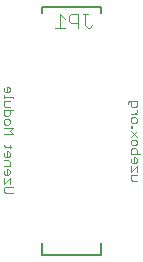
<source format=gbo>
G04 EAGLE Gerber RS-274X export*
G75*
%MOMM*%
%FSLAX34Y34*%
%LPD*%
%INSilkscreen Bottom*%
%IPPOS*%
%AMOC8*
5,1,8,0,0,1.08239X$1,22.5*%
G01*
%ADD10C,0.076200*%
%ADD11C,0.127000*%
%ADD12C,0.101600*%


D10*
X30253Y147881D02*
X24110Y147881D01*
X22881Y149110D01*
X22881Y151567D01*
X24110Y152796D01*
X30253Y152796D01*
X27796Y155365D02*
X27796Y160280D01*
X22881Y155365D01*
X22881Y160280D01*
X22881Y164078D02*
X22881Y166535D01*
X22881Y164078D02*
X24110Y162849D01*
X26567Y162849D01*
X27796Y164078D01*
X27796Y166535D01*
X26567Y167764D01*
X25338Y167764D01*
X25338Y162849D01*
X22881Y170333D02*
X27796Y170333D01*
X27796Y174020D01*
X26567Y175248D01*
X22881Y175248D01*
X22881Y179046D02*
X22881Y181504D01*
X22881Y179046D02*
X24110Y177818D01*
X26567Y177818D01*
X27796Y179046D01*
X27796Y181504D01*
X26567Y182732D01*
X25338Y182732D01*
X25338Y177818D01*
X24110Y186530D02*
X29025Y186530D01*
X24110Y186530D02*
X22881Y187759D01*
X27796Y187759D02*
X27796Y185302D01*
X30253Y197775D02*
X22881Y197775D01*
X27796Y200233D02*
X30253Y197775D01*
X27796Y200233D02*
X30253Y202690D01*
X22881Y202690D01*
X22881Y206488D02*
X22881Y208946D01*
X24110Y210174D01*
X26567Y210174D01*
X27796Y208946D01*
X27796Y206488D01*
X26567Y205260D01*
X24110Y205260D01*
X22881Y206488D01*
X22881Y217659D02*
X30253Y217659D01*
X22881Y217659D02*
X22881Y213972D01*
X24110Y212744D01*
X26567Y212744D01*
X27796Y213972D01*
X27796Y217659D01*
X27796Y220228D02*
X24110Y220228D01*
X22881Y221457D01*
X22881Y225143D01*
X27796Y225143D01*
X30253Y227712D02*
X30253Y228941D01*
X22881Y228941D01*
X22881Y230169D02*
X22881Y227712D01*
X22881Y233930D02*
X22881Y236388D01*
X22881Y233930D02*
X24110Y232701D01*
X26567Y232701D01*
X27796Y233930D01*
X27796Y236388D01*
X26567Y237616D01*
X25338Y237616D01*
X25338Y232701D01*
X131610Y157881D02*
X135296Y157881D01*
X131610Y157881D02*
X130381Y159110D01*
X130381Y162796D01*
X135296Y162796D01*
X135296Y165365D02*
X135296Y170280D01*
X130381Y165365D01*
X130381Y170280D01*
X130381Y174078D02*
X130381Y176535D01*
X130381Y174078D02*
X131610Y172849D01*
X134067Y172849D01*
X135296Y174078D01*
X135296Y176535D01*
X134067Y177764D01*
X132838Y177764D01*
X132838Y172849D01*
X130381Y180333D02*
X137753Y180333D01*
X130381Y180333D02*
X130381Y184020D01*
X131610Y185248D01*
X134067Y185248D01*
X135296Y184020D01*
X135296Y180333D01*
X130381Y189046D02*
X130381Y191504D01*
X131610Y192732D01*
X134067Y192732D01*
X135296Y191504D01*
X135296Y189046D01*
X134067Y187818D01*
X131610Y187818D01*
X130381Y189046D01*
X135296Y195302D02*
X130381Y200217D01*
X130381Y195302D02*
X135296Y200217D01*
X131610Y202786D02*
X130381Y202786D01*
X131610Y202786D02*
X131610Y204015D01*
X130381Y204015D01*
X130381Y202786D01*
X130381Y207757D02*
X130381Y210214D01*
X131610Y211443D01*
X134067Y211443D01*
X135296Y210214D01*
X135296Y207757D01*
X134067Y206528D01*
X131610Y206528D01*
X130381Y207757D01*
X130381Y214012D02*
X135296Y214012D01*
X132838Y214012D02*
X135296Y216470D01*
X135296Y217698D01*
X127924Y222706D02*
X127924Y223935D01*
X129152Y225164D01*
X135296Y225164D01*
X135296Y221478D01*
X134067Y220249D01*
X131610Y220249D01*
X130381Y221478D01*
X130381Y225164D01*
D11*
X105000Y305000D02*
X55000Y305000D01*
X105000Y305000D02*
X105000Y300000D01*
X55000Y300000D02*
X55000Y305000D01*
X55000Y105000D02*
X55000Y95000D01*
X105000Y95000D01*
X105000Y105000D01*
D12*
X95725Y287408D02*
X97674Y289357D01*
X95725Y287408D02*
X93776Y287408D01*
X91827Y289357D01*
X91827Y299102D01*
X93776Y299102D02*
X89878Y299102D01*
X85980Y299102D02*
X85980Y287408D01*
X85980Y299102D02*
X80133Y299102D01*
X78184Y297153D01*
X78184Y293255D01*
X80133Y291306D01*
X85980Y291306D01*
X74286Y295204D02*
X70388Y299102D01*
X70388Y287408D01*
X74286Y287408D02*
X66490Y287408D01*
M02*

</source>
